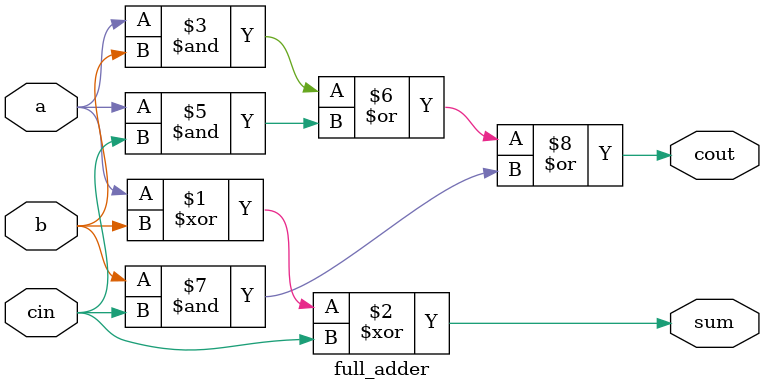
<source format=v>
module full_adder(
    input wire a,
    input wire b,
    input wire cin,
    output wire sum,
    output wire cout
);

assign sum = a ^ b ^ cin;
assign cout = & (a & b) | a & cin | b & cin;

endmodule
</source>
